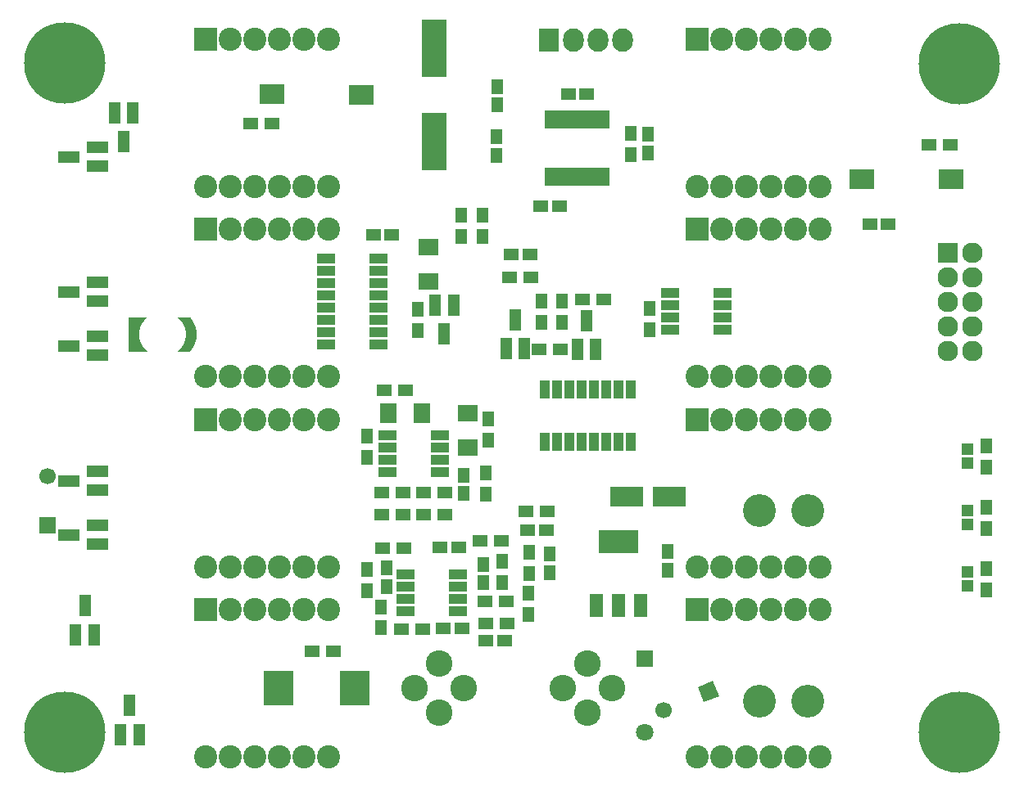
<source format=gbr>
G04 #@! TF.FileFunction,Soldermask,Top*
%FSLAX46Y46*%
G04 Gerber Fmt 4.6, Leading zero omitted, Abs format (unit mm)*
G04 Created by KiCad (PCBNEW 4.0.4-1.fc24-product) date Wed May 17 21:12:50 2017*
%MOMM*%
%LPD*%
G01*
G04 APERTURE LIST*
%ADD10C,0.100000*%
%ADD11R,1.300000X1.600000*%
%ADD12R,3.399740X2.000200*%
%ADD13R,2.500580X6.000700*%
%ADD14R,2.099260X1.700480*%
%ADD15R,1.700480X2.099260*%
%ADD16R,3.100000X3.600000*%
%ADD17R,1.600000X1.150000*%
%ADD18R,1.150000X1.600000*%
%ADD19R,1.197560X1.197560*%
%ADD20C,2.749500*%
%ADD21R,2.127200X2.127200*%
%ADD22O,2.127200X2.127200*%
%ADD23R,2.127200X2.432000*%
%ADD24O,2.127200X2.432000*%
%ADD25R,2.200860X1.200100*%
%ADD26R,1.200100X2.200860*%
%ADD27R,1.600000X1.300000*%
%ADD28R,4.057600X2.432000*%
%ADD29R,1.416000X2.432000*%
%ADD30R,1.950000X1.000000*%
%ADD31R,0.850000X1.850000*%
%ADD32R,1.000000X1.900000*%
%ADD33R,1.900000X1.000000*%
%ADD34C,1.700000*%
%ADD35R,1.700000X1.700000*%
%ADD36R,1.797000X1.797000*%
%ADD37C,1.797000*%
%ADD38R,2.580000X2.000000*%
%ADD39C,3.400000*%
%ADD40C,8.400000*%
%ADD41R,2.432000X2.432000*%
%ADD42C,2.400000*%
G04 APERTURE END LIST*
D10*
G36*
X59348408Y-74539160D02*
X59348408Y-78070796D01*
X61296403Y-78070796D01*
X64372184Y-74539160D01*
X64382418Y-74547380D01*
X64392629Y-74555643D01*
X64402817Y-74563951D01*
X64412980Y-74572309D01*
X64423117Y-74580718D01*
X64433227Y-74589182D01*
X64443309Y-74597704D01*
X64453362Y-74606287D01*
X64463384Y-74614935D01*
X64473374Y-74623649D01*
X64483332Y-74632433D01*
X64493255Y-74641291D01*
X64503144Y-74650225D01*
X64512996Y-74659238D01*
X64522811Y-74668334D01*
X64532588Y-74677515D01*
X64543099Y-74687504D01*
X64553531Y-74697527D01*
X64563884Y-74707583D01*
X64574157Y-74717674D01*
X64584351Y-74727797D01*
X64594466Y-74737955D01*
X64604501Y-74748146D01*
X64614457Y-74758371D01*
X64624334Y-74768630D01*
X64634131Y-74778922D01*
X64643850Y-74789248D01*
X64653488Y-74799608D01*
X64663048Y-74810001D01*
X64672528Y-74820428D01*
X64681929Y-74830889D01*
X64691251Y-74841383D01*
X64700493Y-74851911D01*
X64709656Y-74862473D01*
X64718739Y-74873068D01*
X64727744Y-74883697D01*
X64736669Y-74894360D01*
X64745514Y-74905056D01*
X64754281Y-74915786D01*
X64762968Y-74926550D01*
X64771576Y-74937347D01*
X64780104Y-74948178D01*
X64788553Y-74959043D01*
X64796923Y-74969942D01*
X64805213Y-74980874D01*
X64813425Y-74991839D01*
X64821556Y-75002839D01*
X64829609Y-75013872D01*
X64837582Y-75024938D01*
X64845476Y-75036039D01*
X64853291Y-75047172D01*
X64861026Y-75058340D01*
X64868682Y-75069541D01*
X64876258Y-75080776D01*
X64883756Y-75092045D01*
X64891173Y-75103347D01*
X64898512Y-75114683D01*
X64905771Y-75126052D01*
X64912951Y-75137456D01*
X64920052Y-75148892D01*
X64927073Y-75160363D01*
X64934015Y-75171867D01*
X64940878Y-75183405D01*
X64947661Y-75194976D01*
X64954366Y-75206581D01*
X64960990Y-75218220D01*
X64967536Y-75229892D01*
X64974002Y-75241598D01*
X64980388Y-75253338D01*
X64986696Y-75265111D01*
X64992924Y-75276918D01*
X64999073Y-75288758D01*
X65005142Y-75300632D01*
X65011132Y-75312540D01*
X65017043Y-75324481D01*
X65022874Y-75336456D01*
X65028627Y-75348465D01*
X65034299Y-75360507D01*
X65039893Y-75372583D01*
X65045407Y-75384693D01*
X65050842Y-75396836D01*
X65056197Y-75409013D01*
X65061473Y-75421223D01*
X65066670Y-75433467D01*
X65071788Y-75445745D01*
X65076826Y-75458056D01*
X65081785Y-75470401D01*
X65086664Y-75482779D01*
X65091464Y-75495191D01*
X65096185Y-75507637D01*
X65100827Y-75520116D01*
X65105389Y-75532629D01*
X65109872Y-75545176D01*
X65114275Y-75557756D01*
X65118599Y-75570370D01*
X65122844Y-75583017D01*
X65127010Y-75595698D01*
X65131096Y-75608413D01*
X65135103Y-75621161D01*
X65139030Y-75633943D01*
X65142878Y-75646758D01*
X65146647Y-75659607D01*
X65150337Y-75672490D01*
X65153947Y-75685406D01*
X65157477Y-75698356D01*
X65160929Y-75711339D01*
X65164301Y-75724356D01*
X65167594Y-75737407D01*
X65170807Y-75750491D01*
X65173941Y-75763609D01*
X65176996Y-75776760D01*
X65179972Y-75789945D01*
X65182868Y-75803163D01*
X65185685Y-75816416D01*
X65188422Y-75829701D01*
X65191080Y-75843021D01*
X65193659Y-75856374D01*
X65196158Y-75869760D01*
X65198578Y-75883180D01*
X65200919Y-75896634D01*
X65203180Y-75910121D01*
X65205362Y-75923642D01*
X65207465Y-75937196D01*
X65209488Y-75950784D01*
X65211432Y-75964406D01*
X65213297Y-75978061D01*
X65215082Y-75991750D01*
X65216788Y-76005472D01*
X65218415Y-76019228D01*
X65219962Y-76033018D01*
X65221430Y-76046841D01*
X65222819Y-76060697D01*
X65224128Y-76074587D01*
X65225358Y-76088511D01*
X65226508Y-76102468D01*
X65227580Y-76116459D01*
X65228572Y-76130484D01*
X65229484Y-76144542D01*
X65230317Y-76158633D01*
X65231071Y-76172759D01*
X65231746Y-76186917D01*
X65232341Y-76201110D01*
X65232856Y-76215335D01*
X65233293Y-76229595D01*
X65233650Y-76243888D01*
X65233928Y-76258214D01*
X65234126Y-76272574D01*
X65234245Y-76286968D01*
X65234285Y-76301395D01*
X65234245Y-76315934D01*
X65234126Y-76330436D01*
X65233929Y-76344902D01*
X65233652Y-76359332D01*
X65233295Y-76373726D01*
X65232860Y-76388084D01*
X65232346Y-76402406D01*
X65231752Y-76416691D01*
X65231079Y-76430940D01*
X65230327Y-76445154D01*
X65229496Y-76459331D01*
X65228586Y-76473472D01*
X65227597Y-76487577D01*
X65226528Y-76501646D01*
X65225380Y-76515678D01*
X65224154Y-76529675D01*
X65222848Y-76543635D01*
X65221462Y-76557559D01*
X65219998Y-76571447D01*
X65218455Y-76585299D01*
X65216832Y-76599115D01*
X65215130Y-76612895D01*
X65213350Y-76626639D01*
X65211490Y-76640346D01*
X65209550Y-76654017D01*
X65207532Y-76667653D01*
X65205435Y-76681252D01*
X65203258Y-76694815D01*
X65201002Y-76708342D01*
X65198667Y-76721832D01*
X65196253Y-76735287D01*
X65193760Y-76748706D01*
X65191188Y-76762088D01*
X65188536Y-76775434D01*
X65185805Y-76788744D01*
X65182996Y-76802018D01*
X65180107Y-76815256D01*
X65177138Y-76828458D01*
X65174091Y-76841624D01*
X65170965Y-76854753D01*
X65167759Y-76867846D01*
X65164474Y-76880904D01*
X65161110Y-76893925D01*
X65157667Y-76906910D01*
X65154145Y-76919859D01*
X65150544Y-76932772D01*
X65146863Y-76945648D01*
X65143104Y-76958489D01*
X65139265Y-76971293D01*
X65135347Y-76984062D01*
X65131350Y-76996794D01*
X65127274Y-77009490D01*
X65123118Y-77022150D01*
X65118884Y-77034774D01*
X65114570Y-77047362D01*
X65110177Y-77059913D01*
X65105705Y-77072429D01*
X65101154Y-77084908D01*
X65096523Y-77097351D01*
X65091814Y-77109759D01*
X65087025Y-77122130D01*
X65082157Y-77134465D01*
X65077211Y-77146763D01*
X65072184Y-77159026D01*
X65067079Y-77171253D01*
X65061895Y-77183443D01*
X65056631Y-77195598D01*
X65051289Y-77207716D01*
X65045867Y-77219798D01*
X65040366Y-77231844D01*
X65034786Y-77243854D01*
X65029126Y-77255828D01*
X65023388Y-77267766D01*
X65017570Y-77279667D01*
X65011673Y-77291533D01*
X65005697Y-77303362D01*
X64999642Y-77315155D01*
X64993508Y-77326913D01*
X64987295Y-77338634D01*
X64981002Y-77350319D01*
X64974630Y-77361967D01*
X64968180Y-77373580D01*
X64961650Y-77385157D01*
X64955040Y-77396697D01*
X64948352Y-77408202D01*
X64941585Y-77419670D01*
X64934738Y-77431102D01*
X64927812Y-77442498D01*
X64920807Y-77453858D01*
X64913723Y-77465182D01*
X64906560Y-77476470D01*
X64899318Y-77487722D01*
X64891996Y-77498937D01*
X64884595Y-77510117D01*
X64877115Y-77521260D01*
X64869556Y-77532367D01*
X64861918Y-77543439D01*
X64854201Y-77554474D01*
X64846404Y-77565473D01*
X64838529Y-77576435D01*
X64830574Y-77587362D01*
X64822540Y-77598253D01*
X64814427Y-77609107D01*
X64806235Y-77619926D01*
X64797963Y-77630708D01*
X64789613Y-77641455D01*
X64781183Y-77652165D01*
X64772674Y-77662839D01*
X64764086Y-77673477D01*
X64755419Y-77684079D01*
X64746673Y-77694644D01*
X64737847Y-77705174D01*
X64728942Y-77715668D01*
X64719959Y-77726125D01*
X64710896Y-77736546D01*
X64701754Y-77746932D01*
X64692532Y-77757281D01*
X64683232Y-77767594D01*
X64673852Y-77777871D01*
X64664394Y-77788112D01*
X64654856Y-77798317D01*
X64645239Y-77808485D01*
X64635542Y-77818618D01*
X64625767Y-77828715D01*
X64615913Y-77838775D01*
X64605979Y-77848799D01*
X64595966Y-77858788D01*
X64585874Y-77868740D01*
X64575703Y-77878656D01*
X64565453Y-77888536D01*
X64555123Y-77898380D01*
X64544715Y-77908188D01*
X64534306Y-77917819D01*
X64523874Y-77927378D01*
X64513419Y-77936863D01*
X64502940Y-77946276D01*
X64492437Y-77955617D01*
X64481909Y-77964888D01*
X64471356Y-77974087D01*
X64460777Y-77983217D01*
X64450172Y-77992277D01*
X64439539Y-78001268D01*
X64428879Y-78010192D01*
X64418191Y-78019047D01*
X64407474Y-78027836D01*
X64396728Y-78036558D01*
X64385953Y-78045215D01*
X64375147Y-78053806D01*
X64364310Y-78062333D01*
X64353443Y-78070796D01*
X65680769Y-78070796D01*
X65689481Y-78059744D01*
X65698152Y-78048667D01*
X65706782Y-78037564D01*
X65715370Y-78026436D01*
X65723917Y-78015282D01*
X65732421Y-78004103D01*
X65740883Y-77992899D01*
X65749302Y-77981669D01*
X65757678Y-77970415D01*
X65766011Y-77959136D01*
X65774300Y-77947831D01*
X65782545Y-77936502D01*
X65790745Y-77925148D01*
X65798901Y-77913769D01*
X65807012Y-77902365D01*
X65815078Y-77890937D01*
X65823098Y-77879484D01*
X65831073Y-77868007D01*
X65839001Y-77856505D01*
X65846882Y-77844979D01*
X65854717Y-77833429D01*
X65862505Y-77821854D01*
X65870245Y-77810256D01*
X65877937Y-77798633D01*
X65885582Y-77786986D01*
X65893178Y-77775315D01*
X65900725Y-77763621D01*
X65908223Y-77751902D01*
X65915672Y-77740160D01*
X65923072Y-77728394D01*
X65930421Y-77716604D01*
X65937720Y-77704791D01*
X65944969Y-77692955D01*
X65952167Y-77681095D01*
X65959313Y-77669211D01*
X65966408Y-77657304D01*
X65973452Y-77645375D01*
X65980443Y-77633421D01*
X65987382Y-77621445D01*
X65994268Y-77609446D01*
X66001101Y-77597424D01*
X66007881Y-77585379D01*
X66014607Y-77573311D01*
X66021279Y-77561220D01*
X66027896Y-77549107D01*
X66034460Y-77536971D01*
X66040968Y-77524813D01*
X66047421Y-77512632D01*
X66053818Y-77500428D01*
X66060160Y-77488203D01*
X66066446Y-77475954D01*
X66072675Y-77463684D01*
X66078847Y-77451392D01*
X66084962Y-77439077D01*
X66091020Y-77426741D01*
X66097020Y-77414382D01*
X66102962Y-77402002D01*
X66108846Y-77389600D01*
X66114671Y-77377176D01*
X66120437Y-77364730D01*
X66126144Y-77352263D01*
X66131791Y-77339774D01*
X66137379Y-77327263D01*
X66142906Y-77314732D01*
X66148373Y-77302178D01*
X66153779Y-77289604D01*
X66159123Y-77277008D01*
X66164407Y-77264392D01*
X66169628Y-77251754D01*
X66174788Y-77239095D01*
X66179885Y-77226415D01*
X66184919Y-77213714D01*
X66189891Y-77200993D01*
X66194799Y-77188250D01*
X66199644Y-77175487D01*
X66204424Y-77162704D01*
X66209141Y-77149899D01*
X66213792Y-77137075D01*
X66218379Y-77124230D01*
X66222901Y-77111364D01*
X66227357Y-77098478D01*
X66231748Y-77085572D01*
X66236072Y-77072646D01*
X66240330Y-77059700D01*
X66244521Y-77046734D01*
X66248646Y-77033747D01*
X66252703Y-77020741D01*
X66256692Y-77007715D01*
X66260613Y-76994670D01*
X66264466Y-76981604D01*
X66268250Y-76968519D01*
X66271966Y-76955415D01*
X66275612Y-76942291D01*
X66279189Y-76929147D01*
X66282695Y-76915984D01*
X66286132Y-76902802D01*
X66289498Y-76889601D01*
X66292794Y-76876380D01*
X66296018Y-76863141D01*
X66299171Y-76849882D01*
X66302252Y-76836604D01*
X66305262Y-76823308D01*
X66308198Y-76809993D01*
X66311063Y-76796658D01*
X66313854Y-76783306D01*
X66316572Y-76769934D01*
X66319217Y-76756544D01*
X66321787Y-76743136D01*
X66324284Y-76729709D01*
X66326706Y-76716264D01*
X66329053Y-76702800D01*
X66331325Y-76689319D01*
X66333521Y-76675819D01*
X66335642Y-76662301D01*
X66337687Y-76648765D01*
X66339655Y-76635211D01*
X66341546Y-76621639D01*
X66343361Y-76608049D01*
X66345098Y-76594442D01*
X66346758Y-76580817D01*
X66348340Y-76567174D01*
X66349844Y-76553514D01*
X66351268Y-76539836D01*
X66352615Y-76526141D01*
X66353882Y-76512428D01*
X66355069Y-76498699D01*
X66356177Y-76484951D01*
X66357204Y-76471187D01*
X66358151Y-76457406D01*
X66359018Y-76443608D01*
X66359803Y-76429792D01*
X66360507Y-76415960D01*
X66361130Y-76402111D01*
X66361670Y-76388245D01*
X66362128Y-76374363D01*
X66362504Y-76360464D01*
X66362796Y-76346548D01*
X66363006Y-76332616D01*
X66363132Y-76318667D01*
X66363174Y-76304702D01*
X66363132Y-76290829D01*
X66363009Y-76276969D01*
X66362803Y-76263122D01*
X66362516Y-76249289D01*
X66362147Y-76235469D01*
X66361697Y-76221663D01*
X66361166Y-76207871D01*
X66360555Y-76194093D01*
X66359863Y-76180328D01*
X66359092Y-76166578D01*
X66358240Y-76152842D01*
X66357310Y-76139120D01*
X66356300Y-76125412D01*
X66355212Y-76111720D01*
X66354045Y-76098041D01*
X66352800Y-76084378D01*
X66351478Y-76070729D01*
X66350077Y-76057095D01*
X66348600Y-76043476D01*
X66347046Y-76029873D01*
X66345414Y-76016285D01*
X66343707Y-76002712D01*
X66341924Y-75989154D01*
X66340065Y-75975612D01*
X66338130Y-75962086D01*
X66336120Y-75948576D01*
X66334036Y-75935081D01*
X66331877Y-75921603D01*
X66329643Y-75908141D01*
X66327336Y-75894695D01*
X66324955Y-75881265D01*
X66322501Y-75867852D01*
X66319974Y-75854455D01*
X66317374Y-75841075D01*
X66314702Y-75827712D01*
X66311957Y-75814365D01*
X66309141Y-75801036D01*
X66306253Y-75787723D01*
X66303294Y-75774428D01*
X66300264Y-75761150D01*
X66297163Y-75747890D01*
X66293992Y-75734647D01*
X66290751Y-75721422D01*
X66287441Y-75708214D01*
X66284061Y-75695024D01*
X66280611Y-75681853D01*
X66277093Y-75668699D01*
X66273507Y-75655563D01*
X66269852Y-75642446D01*
X66266129Y-75629347D01*
X66262339Y-75616267D01*
X66258481Y-75603205D01*
X66254557Y-75590162D01*
X66250565Y-75577138D01*
X66246507Y-75564132D01*
X66242384Y-75551146D01*
X66238194Y-75538178D01*
X66233939Y-75525230D01*
X66229618Y-75512302D01*
X66225233Y-75499393D01*
X66220783Y-75486503D01*
X66216268Y-75473633D01*
X66211690Y-75460783D01*
X66207048Y-75447952D01*
X66202343Y-75435142D01*
X66197574Y-75422351D01*
X66192743Y-75409581D01*
X66187849Y-75396832D01*
X66182893Y-75384102D01*
X66177875Y-75371393D01*
X66172795Y-75358705D01*
X66167654Y-75346038D01*
X66162452Y-75333391D01*
X66157190Y-75320765D01*
X66151867Y-75308161D01*
X66146483Y-75295577D01*
X66141041Y-75283015D01*
X66135538Y-75270474D01*
X66129976Y-75257955D01*
X66124356Y-75245457D01*
X66118677Y-75232981D01*
X66112939Y-75220527D01*
X66107144Y-75208094D01*
X66101291Y-75195684D01*
X66095380Y-75183296D01*
X66089412Y-75170930D01*
X66083388Y-75158586D01*
X66077307Y-75146265D01*
X66071170Y-75133966D01*
X66064977Y-75121690D01*
X66058728Y-75109437D01*
X66052424Y-75097207D01*
X66046065Y-75085000D01*
X66039651Y-75072815D01*
X66033183Y-75060654D01*
X66026661Y-75048517D01*
X66020085Y-75036402D01*
X66013456Y-75024312D01*
X66006773Y-75012245D01*
X66000037Y-75000201D01*
X65993249Y-74988182D01*
X65986409Y-74976186D01*
X65979516Y-74964214D01*
X65972572Y-74952267D01*
X65965577Y-74940344D01*
X65958530Y-74928445D01*
X65951433Y-74916571D01*
X65944285Y-74904721D01*
X65937087Y-74892896D01*
X65929839Y-74881096D01*
X65922541Y-74869321D01*
X65915194Y-74857571D01*
X65907798Y-74845846D01*
X65900354Y-74834146D01*
X65892861Y-74822471D01*
X65885320Y-74810822D01*
X65877731Y-74799199D01*
X65870095Y-74787601D01*
X65862411Y-74776029D01*
X65854681Y-74764483D01*
X65846904Y-74752963D01*
X65839081Y-74741469D01*
X65831212Y-74730001D01*
X65823297Y-74718559D01*
X65815337Y-74707144D01*
X65807331Y-74695755D01*
X65799281Y-74684393D01*
X65791187Y-74673058D01*
X65783048Y-74661750D01*
X65774865Y-74650468D01*
X65766639Y-74639214D01*
X65758369Y-74627987D01*
X65750057Y-74616787D01*
X65741702Y-74605614D01*
X65733304Y-74594469D01*
X65724864Y-74583352D01*
X65716383Y-74572262D01*
X65707860Y-74561200D01*
X65699296Y-74550166D01*
X65690691Y-74539160D01*
X64372184Y-74539160D01*
X61296403Y-78070796D01*
X61286103Y-78062610D01*
X61275830Y-78054362D01*
X61265586Y-78046050D01*
X61255368Y-78037676D01*
X61245177Y-78029238D01*
X61235014Y-78020737D01*
X61224876Y-78012172D01*
X61214765Y-78003543D01*
X61204680Y-77994851D01*
X61194621Y-77986093D01*
X61184588Y-77977272D01*
X61174580Y-77968386D01*
X61164597Y-77959435D01*
X61154640Y-77950419D01*
X61144706Y-77941337D01*
X61134798Y-77932190D01*
X61124913Y-77922978D01*
X61115053Y-77913700D01*
X61104360Y-77903540D01*
X61093747Y-77893350D01*
X61083215Y-77883131D01*
X61072763Y-77872882D01*
X61062393Y-77862603D01*
X61052103Y-77852294D01*
X61041894Y-77841956D01*
X61031765Y-77831589D01*
X61021717Y-77821191D01*
X61011750Y-77810764D01*
X61001864Y-77800307D01*
X60992058Y-77789821D01*
X60982333Y-77779305D01*
X60972688Y-77768759D01*
X60963125Y-77758183D01*
X60953642Y-77747578D01*
X60944240Y-77736943D01*
X60934918Y-77726278D01*
X60925677Y-77715584D01*
X60916517Y-77704860D01*
X60907437Y-77694106D01*
X60898439Y-77683323D01*
X60889521Y-77672510D01*
X60880683Y-77661667D01*
X60871927Y-77650795D01*
X60863251Y-77639892D01*
X60854655Y-77628961D01*
X60846141Y-77617999D01*
X60837707Y-77607008D01*
X60829354Y-77595987D01*
X60821081Y-77584936D01*
X60812889Y-77573855D01*
X60804778Y-77562745D01*
X60796748Y-77551605D01*
X60788798Y-77540436D01*
X60780929Y-77529237D01*
X60773141Y-77518007D01*
X60765433Y-77506749D01*
X60757806Y-77495460D01*
X60750260Y-77484142D01*
X60742795Y-77472794D01*
X60735410Y-77461416D01*
X60728106Y-77450009D01*
X60720882Y-77438572D01*
X60713740Y-77427105D01*
X60706678Y-77415608D01*
X60699697Y-77404082D01*
X60692796Y-77392526D01*
X60685976Y-77380940D01*
X60679237Y-77369325D01*
X60672578Y-77357679D01*
X60666001Y-77346004D01*
X60659504Y-77334300D01*
X60653087Y-77322565D01*
X60646752Y-77310801D01*
X60640497Y-77299007D01*
X60634322Y-77287183D01*
X60628229Y-77275329D01*
X60622216Y-77263446D01*
X60616284Y-77251533D01*
X60610432Y-77239590D01*
X60604662Y-77227617D01*
X60598972Y-77215615D01*
X60593362Y-77203583D01*
X60587834Y-77191521D01*
X60582386Y-77179430D01*
X60577019Y-77167308D01*
X60571732Y-77155157D01*
X60566526Y-77142976D01*
X60561401Y-77130765D01*
X60556357Y-77118525D01*
X60551393Y-77106254D01*
X60546510Y-77093954D01*
X60541708Y-77081625D01*
X60536986Y-77069265D01*
X60532346Y-77056875D01*
X60527785Y-77044456D01*
X60523306Y-77032007D01*
X60518907Y-77019529D01*
X60514589Y-77007020D01*
X60510352Y-76994482D01*
X60506195Y-76981913D01*
X60502119Y-76969316D01*
X60498124Y-76956688D01*
X60494210Y-76944030D01*
X60490376Y-76931343D01*
X60486623Y-76918626D01*
X60482951Y-76905879D01*
X60479359Y-76893102D01*
X60475848Y-76880296D01*
X60472418Y-76867459D01*
X60469068Y-76854593D01*
X60465799Y-76841697D01*
X60462611Y-76828771D01*
X60459504Y-76815816D01*
X60456477Y-76802830D01*
X60453531Y-76789815D01*
X60450666Y-76776770D01*
X60447881Y-76763695D01*
X60445177Y-76750590D01*
X60442554Y-76737456D01*
X60440012Y-76724292D01*
X60437550Y-76711097D01*
X60435169Y-76697873D01*
X60432869Y-76684620D01*
X60430649Y-76671336D01*
X60428510Y-76658022D01*
X60426452Y-76644679D01*
X60424475Y-76631306D01*
X60422578Y-76617903D01*
X60420762Y-76604470D01*
X60419027Y-76591007D01*
X60417372Y-76577515D01*
X60415798Y-76563993D01*
X60414305Y-76550440D01*
X60412892Y-76536858D01*
X60411561Y-76523246D01*
X60410309Y-76509605D01*
X60409139Y-76495933D01*
X60408049Y-76482232D01*
X60407041Y-76468500D01*
X60406112Y-76454739D01*
X60405265Y-76440948D01*
X60404498Y-76427127D01*
X60403812Y-76413276D01*
X60403207Y-76399396D01*
X60402682Y-76385485D01*
X60402238Y-76371545D01*
X60401875Y-76357575D01*
X60401592Y-76343575D01*
X60401391Y-76329545D01*
X60401270Y-76315485D01*
X60401229Y-76301395D01*
X60401270Y-76287308D01*
X60401391Y-76273249D01*
X60401592Y-76259219D01*
X60401875Y-76245217D01*
X60402238Y-76231243D01*
X60402682Y-76217298D01*
X60403207Y-76203382D01*
X60403812Y-76189493D01*
X60404498Y-76175634D01*
X60405265Y-76161803D01*
X60406112Y-76148000D01*
X60407041Y-76134225D01*
X60408049Y-76120480D01*
X60409139Y-76106762D01*
X60410309Y-76093073D01*
X60411561Y-76079413D01*
X60412892Y-76065781D01*
X60414305Y-76052177D01*
X60415798Y-76038602D01*
X60417372Y-76025055D01*
X60419027Y-76011537D01*
X60420762Y-75998047D01*
X60422578Y-75984586D01*
X60424475Y-75971153D01*
X60426452Y-75957748D01*
X60428510Y-75944372D01*
X60430649Y-75931025D01*
X60432869Y-75917706D01*
X60435169Y-75904415D01*
X60437550Y-75891153D01*
X60440012Y-75877919D01*
X60442554Y-75864714D01*
X60445177Y-75851537D01*
X60447881Y-75838389D01*
X60450666Y-75825269D01*
X60453531Y-75812177D01*
X60456477Y-75799114D01*
X60459504Y-75786079D01*
X60462611Y-75773073D01*
X60465799Y-75760096D01*
X60469068Y-75747146D01*
X60472418Y-75734226D01*
X60475848Y-75721333D01*
X60479359Y-75708469D01*
X60482951Y-75695634D01*
X60486623Y-75682827D01*
X60490376Y-75670048D01*
X60494210Y-75657298D01*
X60498124Y-75644577D01*
X60502119Y-75631883D01*
X60506195Y-75619219D01*
X60510352Y-75606582D01*
X60514589Y-75593974D01*
X60518907Y-75581395D01*
X60523306Y-75568844D01*
X60527785Y-75556322D01*
X60532346Y-75543827D01*
X60536986Y-75531362D01*
X60541708Y-75518925D01*
X60546510Y-75506516D01*
X60551393Y-75494136D01*
X60556357Y-75481784D01*
X60561401Y-75469461D01*
X60566526Y-75457166D01*
X60571732Y-75444899D01*
X60577019Y-75432661D01*
X60582386Y-75420452D01*
X60587834Y-75408270D01*
X60593362Y-75396118D01*
X60598972Y-75383993D01*
X60604662Y-75371898D01*
X60610432Y-75359830D01*
X60616284Y-75347791D01*
X60622216Y-75335781D01*
X60628229Y-75323799D01*
X60634322Y-75311845D01*
X60640497Y-75299920D01*
X60646752Y-75288024D01*
X60653087Y-75276155D01*
X60659504Y-75264316D01*
X60666001Y-75252504D01*
X60672578Y-75240722D01*
X60679237Y-75228967D01*
X60685976Y-75217241D01*
X60692796Y-75205544D01*
X60699697Y-75193875D01*
X60706678Y-75182234D01*
X60713740Y-75170622D01*
X60720882Y-75159038D01*
X60728106Y-75147483D01*
X60735410Y-75135956D01*
X60742795Y-75124457D01*
X60750260Y-75112988D01*
X60757806Y-75101546D01*
X60765433Y-75090133D01*
X60773141Y-75078748D01*
X60780929Y-75067392D01*
X60788798Y-75056064D01*
X60796748Y-75044765D01*
X60804778Y-75033494D01*
X60812889Y-75022252D01*
X60821081Y-75011038D01*
X60829354Y-74999853D01*
X60837707Y-74988696D01*
X60846141Y-74977567D01*
X60854655Y-74966467D01*
X60863251Y-74955395D01*
X60871927Y-74944352D01*
X60880683Y-74933337D01*
X60889521Y-74922351D01*
X60898439Y-74911393D01*
X60907437Y-74900463D01*
X60916517Y-74889562D01*
X60925677Y-74878690D01*
X60934918Y-74867845D01*
X60944240Y-74857030D01*
X60953642Y-74846243D01*
X60963125Y-74835484D01*
X60972688Y-74824753D01*
X60982333Y-74814051D01*
X60992058Y-74803378D01*
X61001864Y-74792733D01*
X61011750Y-74782116D01*
X61021717Y-74771528D01*
X61031765Y-74760968D01*
X61041894Y-74750437D01*
X61052103Y-74739934D01*
X61062393Y-74729460D01*
X61072763Y-74719014D01*
X61083215Y-74708597D01*
X61093747Y-74698208D01*
X61104360Y-74687847D01*
X61115053Y-74677515D01*
X61125384Y-74667730D01*
X61135755Y-74658040D01*
X61146166Y-74648442D01*
X61156616Y-74638932D01*
X61167103Y-74629506D01*
X61177626Y-74620162D01*
X61188184Y-74610895D01*
X61198777Y-74601703D01*
X61209403Y-74592582D01*
X61220062Y-74583529D01*
X61230752Y-74574540D01*
X61241472Y-74565612D01*
X61252221Y-74556742D01*
X61262998Y-74547925D01*
X61273803Y-74539160D01*
X59348408Y-74539160D01*
X59348408Y-74539160D01*
G37*
D11*
X147955000Y-100500000D03*
X147955000Y-102700000D03*
D12*
X110792260Y-93129100D03*
X115191540Y-93129100D03*
D13*
X90881200Y-46662340D03*
X90881200Y-56360060D03*
D14*
X90322400Y-70787260D03*
X90322400Y-67287140D03*
X94361000Y-87983060D03*
X94361000Y-84482940D03*
D15*
X86133940Y-84455000D03*
X89634060Y-84455000D03*
D16*
X82690000Y-112903000D03*
X74790000Y-112903000D03*
D17*
X137805200Y-64884300D03*
X135905200Y-64884300D03*
X86522600Y-65989200D03*
X84622600Y-65989200D03*
X91506000Y-98298000D03*
X93406000Y-98298000D03*
X101920000Y-63042800D03*
X103820000Y-63042800D03*
X106690200Y-51460400D03*
X104790200Y-51460400D03*
X96255800Y-107975400D03*
X98155800Y-107975400D03*
X98872000Y-68046600D03*
X100772000Y-68046600D03*
D18*
X115062000Y-98795800D03*
X115062000Y-100695800D03*
X113030000Y-55615800D03*
X113030000Y-57515800D03*
X97332800Y-57744400D03*
X97332800Y-55844400D03*
X97383600Y-50662800D03*
X97383600Y-52562800D03*
D17*
X102486500Y-96520000D03*
X100586500Y-96520000D03*
D18*
X102819200Y-99024400D03*
X102819200Y-100924400D03*
X96012000Y-100078500D03*
X96012000Y-101978500D03*
X85953600Y-100459500D03*
X85953600Y-102359500D03*
D17*
X91861600Y-106743500D03*
X93761600Y-106743500D03*
D18*
X93980000Y-90871000D03*
X93980000Y-92771000D03*
D19*
X146050000Y-102349300D03*
X146050000Y-100850700D03*
X146050000Y-89649300D03*
X146050000Y-88150700D03*
X146050000Y-95999300D03*
X146050000Y-94500700D03*
D20*
X93939360Y-112903000D03*
X88859360Y-112903000D03*
X104178100Y-112903000D03*
X109258100Y-112903000D03*
X91399360Y-115443000D03*
X91399360Y-110363000D03*
X106718100Y-115443000D03*
X106718100Y-110363000D03*
D21*
X144018000Y-67818000D03*
D22*
X146558000Y-67818000D03*
X144018000Y-70358000D03*
X146558000Y-70358000D03*
X144018000Y-72898000D03*
X146558000Y-72898000D03*
X144018000Y-75438000D03*
X146558000Y-75438000D03*
X144018000Y-77978000D03*
X146558000Y-77978000D03*
D23*
X102743000Y-45847000D03*
D24*
X105283000Y-45847000D03*
X107823000Y-45847000D03*
X110363000Y-45847000D03*
D25*
X56111140Y-78420000D03*
X56111140Y-76520000D03*
X53108860Y-77470000D03*
X56111140Y-92390000D03*
X56111140Y-90490000D03*
X53108860Y-91440000D03*
D26*
X58486000Y-117706140D03*
X60386000Y-117706140D03*
X59436000Y-114703860D03*
D25*
X56111140Y-72832000D03*
X56111140Y-70932000D03*
X53108860Y-71882000D03*
D26*
X53850000Y-107373140D03*
X55750000Y-107373140D03*
X54800000Y-104370860D03*
X59751000Y-53362860D03*
X57851000Y-53362860D03*
X58801000Y-56365140D03*
D25*
X56111140Y-97978000D03*
X56111140Y-96078000D03*
X53108860Y-97028000D03*
X56111140Y-58862000D03*
X56111140Y-56962000D03*
X53108860Y-57912000D03*
D26*
X92898000Y-73276460D03*
X90998000Y-73276460D03*
X91948000Y-76278740D03*
X105679200Y-77853540D03*
X107579200Y-77853540D03*
X106629200Y-74851260D03*
X98313200Y-77802740D03*
X100213200Y-77802740D03*
X99263200Y-74800460D03*
D27*
X74112300Y-54457600D03*
X71912300Y-54457600D03*
X144229000Y-56642000D03*
X142029000Y-56642000D03*
D11*
X111201200Y-57665800D03*
X111201200Y-55465800D03*
X113157000Y-73576000D03*
X113157000Y-75776000D03*
D27*
X98722000Y-70358000D03*
X100922000Y-70358000D03*
X102573000Y-94615000D03*
X100373000Y-94615000D03*
D11*
X100711000Y-98849000D03*
X100711000Y-101049000D03*
X100647500Y-105240000D03*
X100647500Y-103040000D03*
D27*
X95674000Y-97663000D03*
X97874000Y-97663000D03*
X87495200Y-106794300D03*
X89695200Y-106794300D03*
D11*
X97917000Y-99801500D03*
X97917000Y-102001500D03*
X85394800Y-104475100D03*
X85394800Y-106675100D03*
D27*
X87764800Y-98399600D03*
X85564800Y-98399600D03*
X80475000Y-109093000D03*
X78275000Y-109093000D03*
D11*
X83921600Y-100601600D03*
X83921600Y-102801600D03*
D27*
X98445500Y-106172000D03*
X96245500Y-106172000D03*
X96182000Y-103949500D03*
X98382000Y-103949500D03*
D11*
X89204800Y-73677600D03*
X89204800Y-75877600D03*
X96520000Y-87206000D03*
X96520000Y-85006000D03*
X83947000Y-88984000D03*
X83947000Y-86784000D03*
X147955000Y-87800000D03*
X147955000Y-90000000D03*
X147955000Y-94150000D03*
X147955000Y-96350000D03*
X104140000Y-72814000D03*
X104140000Y-75014000D03*
X101981000Y-72814000D03*
X101981000Y-75014000D03*
X95885000Y-63924000D03*
X95885000Y-66124000D03*
X93726000Y-63924000D03*
X93726000Y-66124000D03*
D28*
X109982000Y-97739200D03*
D29*
X109982000Y-104343200D03*
X112268000Y-104343200D03*
X107696000Y-104343200D03*
D30*
X115283000Y-72009000D03*
X115283000Y-73279000D03*
X115283000Y-74549000D03*
X115283000Y-75819000D03*
X120683000Y-75819000D03*
X120683000Y-74549000D03*
X120683000Y-73279000D03*
X120683000Y-72009000D03*
D31*
X102739000Y-59973000D03*
X103389000Y-59973000D03*
X104039000Y-59973000D03*
X104689000Y-59973000D03*
X105339000Y-59973000D03*
X105989000Y-59973000D03*
X106639000Y-59973000D03*
X107289000Y-59973000D03*
X107939000Y-59973000D03*
X108589000Y-59973000D03*
X108589000Y-54073000D03*
X107939000Y-54073000D03*
X107289000Y-54073000D03*
X106639000Y-54073000D03*
X105989000Y-54073000D03*
X105339000Y-54073000D03*
X104689000Y-54073000D03*
X104039000Y-54073000D03*
X103389000Y-54073000D03*
X102739000Y-54073000D03*
D30*
X87927200Y-101130100D03*
X87927200Y-102400100D03*
X87927200Y-103670100D03*
X87927200Y-104940100D03*
X93327200Y-104940100D03*
X93327200Y-103670100D03*
X93327200Y-102400100D03*
X93327200Y-101130100D03*
D32*
X111252000Y-82009000D03*
X109982000Y-82009000D03*
X108712000Y-82009000D03*
X107442000Y-82009000D03*
X106172000Y-82009000D03*
X104902000Y-82009000D03*
X103632000Y-82009000D03*
X102362000Y-82009000D03*
X102362000Y-87409000D03*
X103632000Y-87409000D03*
X104902000Y-87409000D03*
X106172000Y-87409000D03*
X107442000Y-87409000D03*
X108712000Y-87409000D03*
X109982000Y-87409000D03*
X111252000Y-87409000D03*
D30*
X86073000Y-86741000D03*
X86073000Y-88011000D03*
X86073000Y-89281000D03*
X86073000Y-90551000D03*
X91473000Y-90551000D03*
X91473000Y-89281000D03*
X91473000Y-88011000D03*
X91473000Y-86741000D03*
D33*
X79723000Y-68453000D03*
X79723000Y-69723000D03*
X79723000Y-70993000D03*
X79723000Y-72263000D03*
X79723000Y-73533000D03*
X79723000Y-74803000D03*
X79723000Y-76073000D03*
X79723000Y-77343000D03*
X85123000Y-77343000D03*
X85123000Y-76073000D03*
X85123000Y-74803000D03*
X85123000Y-73533000D03*
X85123000Y-72263000D03*
X85123000Y-70993000D03*
X85123000Y-69723000D03*
X85123000Y-68453000D03*
D11*
X96266000Y-92794000D03*
X96266000Y-90594000D03*
D27*
X89832000Y-94932500D03*
X92032000Y-94932500D03*
X92032000Y-92646500D03*
X89832000Y-92646500D03*
X87714000Y-94932500D03*
X85514000Y-94932500D03*
X85514000Y-92646500D03*
X87714000Y-92646500D03*
X87904500Y-82042000D03*
X85704500Y-82042000D03*
X106240400Y-72694800D03*
X108440400Y-72694800D03*
X101719200Y-77825600D03*
X103919200Y-77825600D03*
D10*
G36*
X119710017Y-112139421D02*
X120360579Y-113710017D01*
X118789983Y-114360579D01*
X118139421Y-112789983D01*
X119710017Y-112139421D01*
X119710017Y-112139421D01*
G37*
D34*
X114630602Y-115163417D03*
D35*
X50927000Y-96012000D03*
D34*
X50927000Y-91012000D03*
D36*
X112649000Y-109855000D03*
D37*
X112649000Y-117475000D03*
D38*
X144302430Y-60200320D03*
X135097570Y-60195680D03*
X83367830Y-51475420D03*
X74162970Y-51470780D03*
D39*
X124500000Y-114250000D03*
X129500000Y-114250000D03*
X124500000Y-94500000D03*
X129500000Y-94500000D03*
D40*
X145161000Y-117475000D03*
X145161000Y-48260000D03*
X52750000Y-48250000D03*
X52750000Y-117500000D03*
D41*
X118110000Y-104775000D03*
D42*
X120650000Y-104775000D03*
X123190000Y-104775000D03*
X125730000Y-104775000D03*
X128270000Y-104775000D03*
X130810000Y-104775000D03*
X125730000Y-120015000D03*
X128270000Y-120015000D03*
X118110000Y-120015000D03*
X120650000Y-120015000D03*
X130810000Y-120015000D03*
X123190000Y-120015000D03*
D41*
X118110000Y-85090000D03*
D42*
X120650000Y-85090000D03*
X123190000Y-85090000D03*
X125730000Y-85090000D03*
X128270000Y-85090000D03*
X130810000Y-85090000D03*
X125730000Y-100330000D03*
X128270000Y-100330000D03*
X118110000Y-100330000D03*
X120650000Y-100330000D03*
X130810000Y-100330000D03*
X123190000Y-100330000D03*
D41*
X118110000Y-65405000D03*
D42*
X120650000Y-65405000D03*
X123190000Y-65405000D03*
X125730000Y-65405000D03*
X128270000Y-65405000D03*
X130810000Y-65405000D03*
X125730000Y-80645000D03*
X128270000Y-80645000D03*
X118110000Y-80645000D03*
X120650000Y-80645000D03*
X130810000Y-80645000D03*
X123190000Y-80645000D03*
D41*
X118110000Y-45720000D03*
D42*
X120650000Y-45720000D03*
X123190000Y-45720000D03*
X125730000Y-45720000D03*
X128270000Y-45720000D03*
X130810000Y-45720000D03*
X125730000Y-60960000D03*
X128270000Y-60960000D03*
X118110000Y-60960000D03*
X120650000Y-60960000D03*
X130810000Y-60960000D03*
X123190000Y-60960000D03*
D41*
X67310000Y-45720000D03*
D42*
X69850000Y-45720000D03*
X72390000Y-45720000D03*
X74930000Y-45720000D03*
X77470000Y-45720000D03*
X80010000Y-45720000D03*
X74930000Y-60960000D03*
X77470000Y-60960000D03*
X67310000Y-60960000D03*
X69850000Y-60960000D03*
X80010000Y-60960000D03*
X72390000Y-60960000D03*
D41*
X67310000Y-65405000D03*
D42*
X69850000Y-65405000D03*
X72390000Y-65405000D03*
X74930000Y-65405000D03*
X77470000Y-65405000D03*
X80010000Y-65405000D03*
X74930000Y-80645000D03*
X77470000Y-80645000D03*
X67310000Y-80645000D03*
X69850000Y-80645000D03*
X80010000Y-80645000D03*
X72390000Y-80645000D03*
D41*
X67310000Y-85090000D03*
D42*
X69850000Y-85090000D03*
X72390000Y-85090000D03*
X74930000Y-85090000D03*
X77470000Y-85090000D03*
X80010000Y-85090000D03*
X74930000Y-100330000D03*
X77470000Y-100330000D03*
X67310000Y-100330000D03*
X69850000Y-100330000D03*
X80010000Y-100330000D03*
X72390000Y-100330000D03*
D41*
X67310000Y-104775000D03*
D42*
X69850000Y-104775000D03*
X72390000Y-104775000D03*
X74930000Y-104775000D03*
X77470000Y-104775000D03*
X80010000Y-104775000D03*
X74930000Y-120015000D03*
X77470000Y-120015000D03*
X67310000Y-120015000D03*
X69850000Y-120015000D03*
X80010000Y-120015000D03*
X72390000Y-120015000D03*
M02*

</source>
